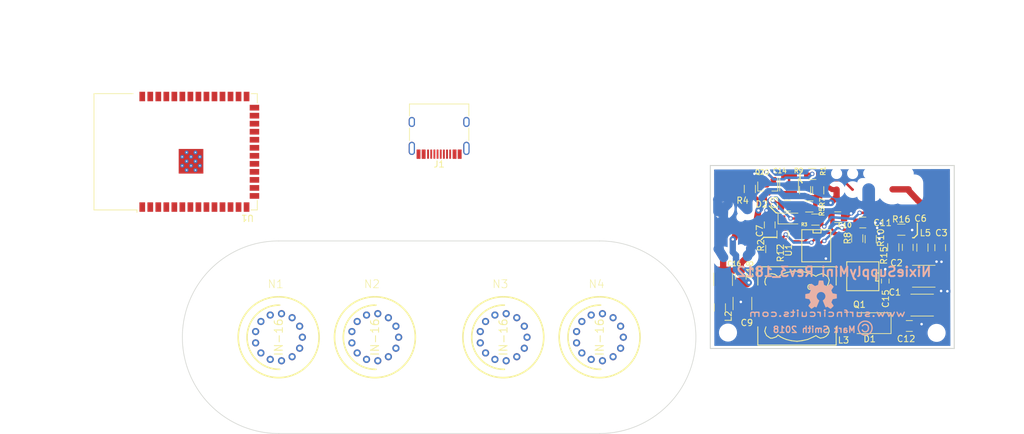
<source format=kicad_pcb>
(kicad_pcb (version 20221018) (generator pcbnew)
  (layers (0 "F.Cu" signal) (31 "B.Cu" signal) (34 "B.Paste" user) (35 "F.Paste" user) (36 "B.SilkS" user "B.Silkscreen") (37 "F.SilkS" user "F.Silkscreen") (38 "B.Mask" user) (39 "F.Mask" user) (44 "Edge.Cuts" user))
  (net 0 "")
  (net 1 "Net-(U1-GND-Pad1)")
  (net 41 "Net-(J1-GND-PadA1)")
  (net 42 "Net-(J1-VBUS-PadA4)")
  (footprint "Resistors_SMD:R_0805" (layer "F.Cu") (at 235.72724 60.53836 -90)
    (fp_text reference "R9")
    (fp_text value "100k")
  )
  (footprint "Resistors_SMD:R_0805" (layer "F.Cu") (at 254.2921 69.6341 -90)
    (fp_text reference "L5")
    (fp_text value "60ohm 100Mhz")
  )
  (footprint "Capacitors_SMD:C_0805" (layer "F.Cu") (at 232.918 62.992)
    (fp_text reference "C5")
    (fp_text value "220pF")
  )
  (footprint "Diodes_SMD:D_SMA" (layer "F.Cu") (at 245.9355 81.5975 180)
    (fp_text reference "D1")
    (fp_text value "ES1D")
  )
  (footprint "TO_SOT_Packages_SMD:SOT-23" (layer "F.Cu") (at 229.81412 59.92622 -90)
    (fp_text reference "Q26")
    (fp_text value "MMBTA42")
  )
  (footprint "Capacitors_SMD:C_0603" (layer "F.Cu") (at 248.412 74.93 90)
    (fp_text reference "C15")
    (fp_text value "560pF 250v")
  )
  (footprint "Resistors_SMD:R_0805" (layer "F.Cu") (at 246.1133 68.3006 90)
    (fp_text reference "R10")
    (fp_text value "0.1 1/2W")
  )
  (footprint "Capacitors_SMD:C_1812_HandSoldering" (layer "F.Cu") (at 254.508 74.168)
    (fp_text reference "C2")
    (fp_text value "1uF 250v")
  )
  (footprint "NixieSupply5vto160vDCMBoost_socket:Choke_SMD_12x12mm_Wurth_WE-PD" (layer "F.Cu") (at 234.442 78.867 180)
    (fp_text reference "L3")
    (fp_text value "33uH")
  )
  (footprint "Capacitors_SMD:C_0805" (layer "F.Cu") (at 257.1115 69.6468 -90)
    (fp_text reference "C3")
    (fp_text value "0.1uF 250v")
  )
  (footprint "RF_Module:ESP32-S3-WROOM-1" (layer "F.Cu") (at 136.07 54.47 90)
    (fp_text reference "U1")
    (fp_text value "ESP32-S2-WROVER")
  )
  (footprint "Capacitors_SMD:C_0805" (layer "F.Cu") (at 251.968 69.596 90)
    (fp_text reference "C6")
    (fp_text value "100pF 250v")
  )
  (footprint "Resistors_SMD:R_0805" (layer "F.Cu") (at 236.39018 63.12154 180)
    (fp_text reference "R5")
    (fp_text value "0 Ohm")
  )
  (footprint "Resistors_SMD:R_0805" (layer "F.Cu") (at 237.3503 65.2018 180)
    (fp_text reference "R3")
    (fp_text value "N.U.")
  )
  (footprint "nixies-us:nixies-us-IN-16" (layer "F.Cu") (at 152.4 83.82 90)
    (fp_text reference "N1")
    (fp_text value "IN-16")
  )
  (footprint "Capacitors_SMD:C_0805" (layer "F.Cu") (at 252.222 82.042)
    (fp_text reference "C12")
    (fp_text value "0.1uF 250v")
  )
  (footprint "Resistors_SMD:R_0805" (layer "F.Cu") (at 222.23984 79.10576 90)
    (fp_text reference "L2")
    (fp_text value "60ohm 100Mhz")
  )
  (footprint "Resistors_SMD:R_0805" (layer "F.Cu") (at 236.85754 57.97296)
    (fp_text reference "R1")
    (fp_text value "1k")
  )
  (footprint "Capacitors_SMD:C_0805" (layer "F.Cu") (at 225.5393 74.1553 90)
    (fp_text reference "C18")
    (fp_text value "0.1uF")
  )
  (footprint "Capacitors_SMD:C_1210" (layer "F.Cu") (at 222.74784 74.65568 90)
    (fp_text reference "C16")
    (fp_text value "100uF 16v")
  )
  (footprint "nixies-us:nixies-us-IN-16" (layer "F.Cu") (at 167.64 83.82 90)
    (fp_text reference "N2")
    (fp_text value "IN-16")
  )
  (footprint "Resistors_SMD:R_0805" (layer "F.Cu") (at 243.9797 68.1736 90)
    (fp_text reference "R8")
    (fp_text value "1k")
  )
  (footprint "etaclock:SOIC-8-N" (layer "F.Cu") (at 244.856 74.168 180)
    (fp_text reference "Q1")
    (fp_text value "FDS2672CT")
  )
  (footprint "NixieSupply5vto160vDCMBoost_socket:SOIC-8-N" (layer "F.Cu") (at 237.49 69.342 -90)
    (fp_text reference "U1")
    (fp_text value "UCC3803")
  )
  (footprint "nixies-us:nixies-us-IN-16" (layer "F.Cu") (at 187.96 83.82 90)
    (fp_text reference "N3")
    (fp_text value "IN-16")
  )
  (footprint "Capacitors_SMD:C_0805" (layer "F.Cu") (at 230.124 66.04 90)
    (fp_text reference "C7")
    (fp_text value "430pF")
  )
  (footprint "Resistors_SMD:R_0805" (layer "F.Cu") (at 250.952 66.802)
    (fp_text reference "R16")
    (fp_text value "7.68k")
  )
  (footprint "Resistors_SMD:R_0805" (layer "F.Cu") (at 232.156 67.564 -90)
    (fp_text reference "R2")
    (fp_text value "60.4k")
  )
  (footprint "Capacitors_SMD:C_0805" (layer "F.Cu") (at 240.8936 64.8208)
    (fp_text reference "C10")
    (fp_text value "0.1uF 16v")
  )
  (footprint "Resistors_SMD:R_0805" (layer "F.Cu") (at 230.378 69.85 90)
    (fp_text reference "R12")
    (fp_text value "4.12k")
  )
  (footprint "Capacitors_SMD:C_0805" (layer "F.Cu") (at 244.856 65.659)
    (fp_text reference "C11")
    (fp_text value "1nF")
  )
  (footprint "Resistors_SMD:R_0805" (layer "F.Cu") (at 226.97948 60.35548 -90)
    (fp_text reference "R4")
    (fp_text value "100k")
  )
  (footprint "Diodes_SMD:D_SOD-323_HandSoldering" (layer "F.Cu") (at 233.34472 65.03416)
    (fp_text reference "D2")
    (fp_text value "BAT54")
  )
  (footprint "Capacitors_SMD:C_1210" (layer "F.Cu") (at 233.18724 59.67476 90)
    (fp_text reference "C14")
    (fp_text value "47uF 16v")
  )
  (footprint "Resistors_SMD:R_0805" (layer "F.Cu") (at 249.682 69.596 90)
    (fp_text reference "R15")
    (fp_text value "634k")
  )
  (footprint "Capacitors_SMD:C_1812_HandSoldering" (layer "F.Cu") (at 254.254 78.74)
    (fp_text reference "C1")
    (fp_text value "1uF 250v")
  )
  (footprint "Resistors_SMD:R_0805" (layer "F.Cu") (at 237.79988 60.56884 90)
    (fp_text reference "R7")
    (fp_text value "2k")
  )
  (footprint "nixies-us:nixies-us-IN-16" (layer "F.Cu") (at 203.2 83.82 90)
    (fp_text reference "N4")
    (fp_text value "IN-16")
  )
  (footprint "Capacitors_SMD:C_1210" (layer "F.Cu") (at 225.806 78.486 90)
    (fp_text reference "C9")
    (fp_text value "100uF 16v")
  )
  (footprint "Connector_USB:USB_C_Receptacle_HRO_TYPE-C-31-M-12" (layer "F.Cu") (at 177.8 50.8 180)
    (fp_text reference "J1")
    (fp_text value "USB_C_Receptacle_USB2.0")
  )
  (footprint "Symbol:copyright" (layer "B.Cu") (at 244.729 82.804 180)
    (fp_text reference "G***" hide)
    (fp_text value "LOGO" hide)
  )
  (footprint "NixieSupply5vto170vDCMBoostMini_socket:OSHW_logo_silkscreen-front_5mm" (layer "B.Cu") (at 238.252 77.089 180)
    (fp_text reference "G***" hide)
    (fp_text value "OSHW_logo_silkscreen-front_5mm" hide)
  )
  (gr_line (start 235.23956 59.31916) (end 235.23956 59.39536) (stroke (width 0.2)) (layer "F.SilkS"))
  (gr_line (start 230.0605 63.0555) (end 231.14 64.135) (stroke (width 0.2)) (layer "F.SilkS"))
  (gr_line (start 252.984 68.072) (end 252.73 68.072) (stroke (width 0.2)) (layer "F.SilkS"))
  (gr_line (start 229.1715 68.0085) (end 228.7905 68.3895) (stroke (width 0.2)) (layer "F.SilkS"))
  (gr_line (start 234.91952 57.93232) (end 234.91952 58.99912) (stroke (width 0.2)) (layer "F.SilkS"))
  (gr_line (start 253.492 65.786) (end 253.492 67.564) (stroke (width 0.2)) (layer "F.SilkS"))
  (gr_line (start 234.91952 58.99912) (end 235.23956 59.31916) (stroke (width 0.2)) (layer "F.SilkS"))
  (gr_line (start 231.14 64.135) (end 231.3305 64.135) (stroke (width 0.2)) (layer "F.SilkS"))
  (gr_line (start 253.492 67.564) (end 252.984 68.072) (stroke (width 0.2)) (layer "F.SilkS"))
  (gr_line (start 231.2035 68.0085) (end 229.1715 68.0085) (stroke (width 0.2)) (layer "F.SilkS"))
  (gr_line (start 259.334 85.598) (end 259.334 56.642) (stroke (width 0.15)) (layer "Edge.Cuts"))
  (gr_line (start 152.4 99.06) (end 203.2 99.06) (stroke (width 0.1)) (layer "Edge.Cuts"))
  (gr_line (start 203.2 68.58) (end 152.4 68.58) (stroke (width 0.1)) (layer "Edge.Cuts"))
  (gr_line (start 220.726 56.642) (end 220.726 85.598) (stroke (width 0.15)) (layer "Edge.Cuts"))
  (gr_arc (start 203.2 68.58) (mid 218.44 83.82) (end 203.2 99.06) (stroke (width 0.1)) (layer "Edge.Cuts"))
  (gr_line (start 259.334 56.642) (end 220.726 56.642) (stroke (width 0.15)) (layer "Edge.Cuts"))
  (gr_arc (start 152.4 99.06) (mid 137.16 83.82) (end 152.4 68.58) (stroke (width 0.1)) (layer "Edge.Cuts"))
  (gr_line (start 220.726 85.598) (end 259.334 85.598) (stroke (width 0.15)) (layer "Edge.Cuts"))
  (gr_text "Mark Smith 2018" (at 237.1725 82.6135) (layer "B.SilkS") (effects (font (size 1 1) (thickness 0.2)) (justify mirror)))
  (gr_text "www.surfncircuits.com" (at 239.2045 80.0735) (layer "B.SilkS") (effects (font (size 1 1.5) (thickness 0.2)) (justify mirror)))
  (gr_text "NixieSupplyMini Rev3_1812" (at 240.284 73.4695) (layer "B.SilkS") (effects (font (size 1.5 1.5) (thickness 0.3)) (justify mirror)))
  (segment (start 240.665 71.247) (end 240.03 71.374) (width 0.381) (layer "F.Cu") (net 0))
  (segment (start 225.806 79.986) (end 222.28184 80.09776) (width 1.5) (layer "F.Cu") (net 0))
  (segment (start 243.25072 60.452) (end 243.22278 60.452) (width 0.4) (layer "F.Cu") (net 0))
  (segment (start 250.002 68.006) (end 250.002 66.802) (width 0.4) (layer "F.Cu") (net 0))
  (segment (start 235.712 73.152) (end 240.157 68.707) (width 0.4) (layer "F.Cu") (net 0))
  (segment (start 246.1133 67.3506) (end 247.343 67.511) (width 0.381) (layer "F.Cu") (net 0))
  (segment (start 243.9797 65.7827) (end 243.856 65.659) (width 0.381) (layer "F.Cu") (net 0))
  (segment (start 246.38 70.993) (end 246.38 69.5173) (width 1.5) (layer "F.Cu") (net 0))
  (segment (start 230.124 65.04) (end 229.6 63.77) (width 0.381) (layer "F.Cu") (net 0))
  (segment (start 233.50084 61.48836) (end 233.18724 61.17476) (width 0.381) (layer "F.Cu") (net 0))
  (segment (start 251.222 81.6643) (end 250.0757 80.518) (width 1) (layer "F.Cu") (net 0))
  (segment (start 234.315 69.977) (end 237.109 69.977) (width 0.381) (layer "F.Cu") (net 0))
  (segment (start 250.002 68.006) (end 249.936 68.072) (width 0.4) (layer "F.Cu") (net 0))
  (segment (start 241.554 66.548) (end 241.808 66.802) (width 0.381) (layer "F.Cu") (net 0))
  (segment (start 226.584 75.422) (end 226.822 75.184) (width 0.4) (layer "F.Cu") (net 0))
  (segment (start 242.951 77.343) (end 244.221 77.343) (width 1.5) (layer "F.Cu") (net 0))
  (segment (start 235.90754 57.97296) (end 236.84484 57.97296) (width 0.4) (layer "F.Cu") (net 0))
  (segment (start 244.221 70.993) (end 244.221 69.3649) (width 1) (layer "F.Cu") (net 0))
  (segment (start 248.412 76.7588) (end 248.412 75.68) (width 0.381) (layer "F.Cu") (net 0))
  (segment (start 243.872 77.692) (end 244.221 77.343) (width 1) (layer "F.Cu") (net 0))
  (segment (start 235.72724 59.58836) (end 233.35992 59.58836) (width 0.381) (layer "F.Cu") (net 0))
  (segment (start 234.84586 61.47566) (end 234.79506 61.42486) (width 0.4) (layer "F.Cu") (net 0))
  (segment (start 251.354 79.2397) (end 250.0757 80.518) (width 1) (layer "F.Cu") (net 0))
  (segment (start 230.632 62.23) (end 230.7082 62.1538) (width 0.381) (layer "F.Cu") (net 0))
  (segment (start 230.42376 58.88304) (end 230.648 58.944) (width 0.381) (layer "F.Cu") (net 0))
  (segment (start 243.9797 66.802) (end 243.9797 65.7827) (width 0.381) (layer "F.Cu") (net 0))
  (segment (start 222.766 73.422) (end 222.758 73.43) (width 1) (layer "F.Cu") (net 0))
  (segment (start 247.343 67.511) (end 247.409 67.445) (width 0.381) (layer "F.Cu") (net 0))
  (segment (start 231.14 64.008) (end 230.632 63.5) (width 0.381) (layer "F.Cu") (net 0))
  (segment (start 228.346 63.754) (end 227.976074 65.716261) (width 1) (layer "F.Cu") (net 0))
  (segment (start 226.648 66.01) (end 225.298 66.01) (width 0.381) (layer "F.Cu") (net 0))
  (segment (start 235.2446 63.1444) (end 233.9434 62.9666) (width 0.381) (layer "F.Cu") (net 0))
  (segment (start 222.758 71.25) (end 222.823 71.185) (width 1) (layer "F.Cu") (net 0))
  (segment (start 227.97008 59.92876) (end 229.76158 59.92876) (width 0.4) (layer "F.Cu") (net 0))
  (segment (start 242.4049 64.8208) (end 243.0018 64.2239) (width 0.381) (layer "F.Cu") (net 0))
  (segment (start 234.315 68.707) (end 235.585 68.707) (width 0.381) (layer "F.Cu") (net 0))
  (segment (start 228.346 62.16396) (end 228.346 63.754) (width 0.6) (layer "F.Cu") (net 0))
  (segment (start 232.09472 65.03416) (end 231.65816 65.03416) (width 0.381) (layer "F.Cu") (net 0))
  (segment (start 231.65816 65.03416) (end 231.14 64.008) (width 0.381) (layer "F.Cu") (net 0))
  (segment (start 241.8936 64.8208) (end 242.4049 64.8208) (width 0.381) (layer "F.Cu") (net 0))
  (segment (start 249.732 68.596) (end 249.682 68.646) (width 0.381) (layer "F.Cu") (net 0))
  (segment (start 240.71072 61.60516) (end 240.71072 60.452) (width 1) (layer "F.Cu") (net 0))
  (segment (start 229.616 67.564) (end 229.108 68.072) (width 0.4) (layer "F.Cu") (net 0))
  (segment (start 245.237 64.135) (end 244.4115 64.135) (width 0.381) (layer "F.Cu") (net 0))
  (segment (start 256.5273 71.8566) (end 256.794 71.5899) (width 1) (layer "F.Cu") (net 0))
  (segment (start 257.408 71.9753) (end 257.3147 71.882) (width 1) (layer "F.Cu") (net 0))
  (segment (start 241.808 78.486) (end 242.951 77.343) (width 1.5) (layer "F.Cu") (net 0))
  (segment (start 254.47244 62.93104) (end 253.58344 62.17666) (width 1) (layer "F.Cu") (net 0))
  (segment (start 230.7082 62.1538) (end 231.918 62.992) (width 0.381) (layer "F.Cu") (net 0))
  (segment (start 245.491 77.343) (end 246.761 77.343) (width 1.5) (layer "F.Cu") (net 0))
  (segment (start 256.794 66.9036) (end 256.83464 65.5066) (width 1) (layer "F.Cu") (net 0))
  (segment (start 233.18724 59.41568) (end 233.18724 58.17476) (width 0.381) (layer "F.Cu") (net 0))
  (segment (start 241.874 80.518) (end 239.842 78.486) (width 1.5) (layer "F.Cu") (net 0))
  (segment (start 247.3325 64.135) (end 245.237 64.135) (width 0.381) (layer "F.Cu") (net 0))
  (segment (start 246.38 69.5173) (end 246.1133 69.2506) (width 1.5) (layer "F.Cu") (net 0))
  (segment (start 238.3003 65.2018) (end 237.3605 64.262) (width 0.381) (layer "F.Cu") (net 0))
  (segment (start 250.0757 80.518) (end 247.9355 81.5975) (width 1) (layer "F.Cu") (net 0))
  (segment (start 230.764 68.514) (end 230.378 68.9) (width 0.381) (layer "F.Cu") (net 0))
  (segment (start 231.394 60.96) (end 229.47376 60.88304) (width 0.381) (layer "F.Cu") (net 0))
  (segment (start 236.84484 57.97296) (end 236.84992 57.96788) (width 0.4) (layer "F.Cu") (net 0))
  (segment (start 237.109 69.977) (end 238.506 68.58) (width 0.381) (layer "F.Cu") (net 0))
  (segment (start 237.79988 61.51884) (end 235.75772 61.51884) (width 0.381) (layer "F.Cu") (net 0))
  (segment (start 225.298 66.01) (end 225.268 66.04) (width 0.381) (layer "F.Cu") (net 0))
  (segment (start 229.5906 57.67324) (end 230.76412 58.84676) (width 0.4) (layer "F.Cu") (net 0))
  (segment (start 236.9566 61.51122) (end 234.84586 61.47566) (width 0.4) (layer "F.Cu") (net 0))
  (segment (start 241.935 69.977) (end 242.951 70.993) (width 0.4) (layer "F.Cu") (net 0))
  (segment (start 225.5393 75.1553) (end 223.71812 75.16876) (width 1.5) (layer "F.Cu") (net 0))
  (segment (start 249.682 68.646) (end 249.682 68.326) (width 0.4) (layer "F.Cu") (net 0))
  (segment (start 225.806 77.978) (end 225.552 78.232) (width 1) (layer "F.Cu") (net 0))
  (segment (start 222.23984 78.15576) (end 222.25 76.938) (width 1.5) (layer "F.Cu") (net 0))
  (segment (start 232.664 61.19) (end 231.394 60.96) (width 0.381) (layer "F.Cu") (net 0))
  (segment (start 234.59472 65.03416) (end 236.23266 65.03416) (width 0.381) (layer "F.Cu") (net 0))
  (segment (start 249.732 70.596) (end 249.682 70.546) (width 1) (layer "F.Cu") (net 0))
  (segment (start 232.156 68.514) (end 230.764 68.514) (width 0.381) (layer "F.Cu") (net 0))
  (segment (start 251.222 82.042) (end 251.222 81.6643) (width 1) (layer "F.Cu") (net 0))
  (segment (start 229.042 78.044) (end 233.934 73.152) (width 0.4) (layer "F.Cu") (net 0))
  (segment (start 229.108 71.374) (end 229.616 71.882) (width 0.4) (layer "F.Cu") (net 0))
  (segment (start 241.808 66.802) (end 243.9797 66.802) (width 0.381) (layer "F.Cu") (net 0))
  (segment (start 233.43616 65.03416) (end 233.426 65.024) (width 0.381) (layer "F.Cu") (net 0))
  (segment (start 234.79506 61.42486) (end 232.7568 60.8432) (width 0.4) (layer "F.Cu") (net 0))
  (segment (start 233.35992 59.58836) (end 233.18724 59.41568) (width 0.381) (layer "F.Cu") (net 0))
  (segment (start 243.9797 69.1236) (end 245.11 69.1236) (width 1.5) (layer "F.Cu") (net 0))
  (segment (start 258.2418 76.5429) (end 257.408 75.7091) (width 1) (layer "F.Cu") (net 0))
  (segment (start 248.666 68.072) (end 249.936 68.072) (width 0.4) (layer "F.Cu") (net 0))
  (segment (start 225.552 72.106) (end 226.623 71.035) (width 1) (layer "F.Cu") (net 0))
  (segment (start 225.5393 73.1553) (end 225.552 72.106) (width 1) (layer "F.Cu") (net 0))
  (segment (start 230.55 66.614) (end 230.124 67.04) (width 0.381) (layer "F.Cu") (net 0))
  (segment (start 230.952 70.8) (end 231.521 69.469) (width 0.381) (layer "F.Cu") (net 0))
  (segment (start 245.491 69.1236) (end 245.2726 69.342) (width 1.5) (layer "F.Cu") (net 0))
  (segment (start 229.108 68.072) (end 229.108 71.374) (width 0.4) (layer "F.Cu") (net 0))
  (segment (start 239.8649 58.98388) (end 238.85398 57.97296) (width 0.4) (layer "F.Cu") (net 0))
  (segment (start 252.11024 60.41136) (end 249.57024 60.41136) (width 1) (layer "F.Cu") (net 0))
  (segment (start 237.3605 64.262) (end 237.3605 63.3603) (width 0.381) (layer "F.Cu") (net 0))
  (segment (start 257.154 76.602) (end 257.2512 76.5048) (width 1) (layer "F.Cu") (net 0))
  (segment (start 254.2802 70.596) (end 254.2921 70.5841) (width 1) (layer "F.Cu") (net 0))
  (segment (start 251.608 74.168) (end 251.608 70.956) (width 1) (layer "F.Cu") (net 0))
  (segment (start 224.282 68.326) (end 224.536 68.072) (width 1) (layer "F.Cu") (net 0))
  (segment (start 245.9863 69.1236) (end 246.1133 69.2506) (width 1.5) (layer "F.Cu") (net 0))
  (segment (start 239.8936 66.6656) (end 240.665 67.437) (width 0.381) (layer "F.Cu") (net 0))
  (segment (start 236.23266 65.03416) (end 236.4003 65.2018) (width 0.381) (layer "F.Cu") (net 0))
  (segment (start 247.134 66.52) (end 247.409 66.07) (width 0.381) (layer "F.Cu") (net 0))
  (segment (start 234.59472 65.03416) (end 233.43616 65.03416) (width 0.381) (layer "F.Cu") (net 0))
  (segment (start 230.76412 58.84676) (end 230.76412 58.92622) (width 0.4) (layer "F.Cu") (net 0))
  (segment (start 251.354 78.74) (end 251.354 79.2397) (width 1) (layer "F.Cu") (net 0))
  (segment (start 234.315 67.437) (end 234.315 67.183) (width 0.381) (layer "F.Cu") (net 0))
  (segment (start 229.76158 59.92876) (end 230.76412 58.92622) (width 0.4) (layer "F.Cu") (net 0))
  (segment (start 227.48752 61.30548) (end 228.346 62.16396) (width 0.6) (layer "F.Cu") (net 0))
  (segment (start 233.934 73.152) (end 235.712 73.152) (width 0.4) (layer "F.Cu") (net 0))
  (segment (start 251.968 68.596) (end 249.732 68.596) (width 0.381) (layer "F.Cu") (net 0))
  (segment (start 240.157 68.707) (end 240.665 68.707) (width 0.4) (layer "F.Cu") (net 0))
  (segment (start 256.83464 65.5066) (end 254.47244 62.93104) (width 1) (layer "F.Cu") (net 0))
  (segment (start 238.506 68.58) (end 238.76 68.58) (width 0.381) (layer "F.Cu") (net 0))
  (segment (start 226.648 68.61) (end 226.648 71.01) (width 0.381) (layer "F.Cu") (net 0))
  (segment (start 228.52376 58.88304) (end 227.904 58.1431) (width 0.381) (layer "F.Cu") (net 0))
  (segment (start 230.124 67.04) (end 229.616 67.564) (width 0.4) (layer "F.Cu") (net 0))
  (segment (start 240.665 69.977) (end 241.935 69.977) (width 0.4) (layer "F.Cu") (net 0))
  (segment (start 222.28184 80.09776) (end 222.23984 80.05576) (width 1.5) (layer "F.Cu") (net 0))
  (segment (start 232.156 68.514) (end 232.156 68.072) (width 0.381) (layer "F.Cu") (net 0))
  (segment (start 235.72724 61.48836) (end 233.50084 61.48836) (width 0.381) (layer "F.Cu") (net 0))
  (segment (start 240.538 67.31) (end 240.665 67.437) (width 0.381) (layer "F.Cu") (net 0))
  (segment (start 253.222 82.042) (end 253.873 82.042) (width 1) (layer "F.Cu") (net 0))
  (segment (start 246.761 77.343) (end 247.8278 77.343) (width 1) (layer "F.Cu") (net 0))
  (segment (start 238.3003 65.2018) (end 238.3003 65.8343) (width 0.4) (layer "F.Cu") (net 0))
  (segment (start 251.968 70.596) (end 254.2802 70.596) (width 1) (layer "F.Cu") (net 0))
  (segment (start 251.354 78.74) (end 251.354 74.422) (width 1) (layer "F.Cu") (net 0))
  (segment (start 223.71812 75.16876) (end 222.758 76.43) (width 1.5) (layer "F.Cu") (net 0))
  (segment (start 233.9434 62.9666) (end 233.918 62.992) (width 0.381) (layer "F.Cu") (net 0))
  (segment (start 237.3605 63.3603) (end 237.1446 63.1444) (width 0.381) (layer "F.Cu") (net 0))
  (segment (start 246.8245 65.659) (end 246.8626 65.6971) (width 0.381) (layer "F.Cu") (net 0))
  (segment (start 226.584 75.422) (end 225.5393 75.1553) (width 1) (layer "F.Cu") (net 0))
  (segment (start 229.6 63.77) (end 229.616 63.754) (width 0.381) (layer "F.Cu") (net 0))
  (segment (start 257.1115 68.6468) (end 256.794 66.9036) (width 1) (layer "F.Cu") (net 0))
  (segment (start 238.252 67.31) (end 240.538 67.31) (width 0.381) (layer "F.Cu") (net 0))
  (segment (start 254.2921 68.6841) (end 257.0742 68.6841) (width 1) (layer "F.Cu") (net 0))
  (segment (start 236.728 68.834) (end 238.252 67.31) (width 0.381) (layer "F.Cu") (net 0))
  (segment (start 244.221 77.343) (end 245.491 77.343) (width 1.5) (layer "F.Cu") (net 0))
  (segment (start 248.666 68.072) (end 248.666 65.4685) (width 0.381) (layer "F.Cu") (net 0))
  (segment (start 244.221 69.3649) (end 243.9797 69.1236) (width 1.5) (layer "F.Cu") (net 0))
  (segment (start 225.806 76.986) (end 225.806 77.978) (width 1) (layer "F.Cu") (net 0))
  (segment (start 246.38 70.993) (end 245.491 70.993) (width 1.5) (layer "F.Cu") (net 0))
  (segment (start 229.042 78.486) (end 225.806 79.986) (width 1.5) (layer "F.Cu") (net 0))
  (segment (start 248.666 65.4685) (end 247.3325 64.135) (width 0.381) (layer "F.Cu") (net 0))
  (segment (start 222.758 73.43) (end 222.758 71.25) (width 1) (layer "F.Cu") (net 0))
  (segment (start 240.03 71.374) (end 239.014 71.2343) (width 0.381) (layer "F.Cu") (net 0))
  (segment (start 238.76 66.294) (end 238.3003 65.8343) (width 0.4) (layer "F.Cu") (net 0))
  (segment (start 244.348 64.135) (end 245.237 64.135) (width 0.381) (layer "F.Cu") (net 0))
  (segment (start 251.968 70.596) (end 249.732 70.596) (width 1) (layer "F.Cu") (net 0))
  (segment (start 241.75466 58.98388) (end 239.8649 58.98388) (width 0.4) (layer "F.Cu") (net 0))
  (segment (start 245.856 65.659) (end 246.8245 65.659) (width 0.381) (layer "F.Cu") (net 0))
  (segment (start 225.5393 73.1553) (end 222.766 73.422) (width 1) (layer "F.Cu") (net 0))
  (segment (start 247.409 66.07) (end 247.684 65.795) (width 0.381) (layer "F.Cu") (net 0))
  (segment (start 227.38 66.01) (end 227.752074 65.940261) (width 0.381) (layer "F.Cu") (net 0))
  (segment (start 256.794 71.5899) (end 257.1115 70.6468) (width 1) (layer "F.Cu") (net 0))
  (segment (start 239.8936 64.8208) (end 239.8936 66.6656) (width 0.381) (layer "F.Cu") (net 0))
  (segment (start 229.5017 62.01918) (end 229.5017 60.74918) (width 0.381) (layer "F.Cu") (net 0))
  (segment (start 257.154 78.74) (end 257.154 76.602) (width 1) (layer "F.Cu") (net 0))
  (segment (start 251.354 74.422) (end 251.608 74.168) (width 1) (layer "F.Cu") (net 0))
  (segment (start 230.378 70.8) (end 230.952 70.8) (width 0.381) (layer "F.Cu") (net 0))
  (segment (start 250.002 66.802) (end 250.002 68.006) (width 0.4) (layer "F.Cu") (net 0))
  (segment (start 251.902 66.802) (end 252.6157 66.802) (width 0.381) (layer "F.Cu") (net 0))
  (segment (start 253.58344 62.17666) (end 251.968 60.452) (width 1) (layer "F.Cu") (net 0))
  (segment (start 253.873 82.042) (end 254.1651 81.7499) (width 0.381) (layer "F.Cu") (net 0))
  (segment (start 232.156 66.614) (end 230.55 66.614) (width 0.381) (layer "F.Cu") (net 0))
  (segment (start 243.9355 81.5975) (end 241.874 80.518) (width 1.5) (layer "F.Cu") (net 0))
  (segment (start 238.85398 57.97296) (end 237.80754 57.97296) (width 0.4) (layer "F.Cu") (net 0))
  (segment (start 235.585 68.707) (end 238.3003 65.9917) (width 0.381) (layer "F.Cu") (net 0))
  (segment (start 257.408 75.7091) (end 257.408 74.168) (width 1) (layer "F.Cu") (net 0))
  (segment (start 247.4464 68.2074) (end 247.484 68.245) (width 0.381) (layer "F.Cu") (net 0))
  (segment (start 234.315 67.183) (end 234.59472 66.90328) (width 0.381) (layer "F.Cu") (net 0))
  (segment (start 249.682 68.326) (end 250.002 68.006) (width 0.4) (layer "F.Cu") (net 0))
  (segment (start 226.648 71.01) (end 226.623 71.035) (width 0.381) (layer "F.Cu") (net 0))
  (segment (start 232.156 68.072) (end 232.664 67.564) (width 0.381) (layer "F.Cu") (net 0))
  (segment (start 245.2726 69.342) (end 245.11 69.342) (width 1.5) (layer "F.Cu") (net 0))
  (segment (start 243.22278 60.452) (end 241.75466 58.98388) (width 0.4) (layer "F.Cu") (net 0))
  (segment (start 229.042 78.486) (end 229.042 78.486) (width 1.5) (layer "F.Cu") (net 0))
  (segment (start 232.664 58.0136) (end 230.886 57.658) (width 0.381) (layer "F.Cu") (net 0))
  (segment (start 227.904 58.1431) (end 227.711 57.9501) (width 0.381) (layer "F.Cu") (net 0))
  (segment (start 248.412 74.18) (end 248.412 73.0504) (width 0.381) (layer "F.Cu") (net 0))
  (segment (start 245.491 70.993) (end 245.491 69.1236) (width 1.5) (layer "F.Cu") (net 0))
  (segment (start 224.536 68.072) (end 225.268 66.04) (width 1) (layer "F.Cu") (net 0))
  (segment (start 245.491 70.993) (end 244.221 70.993) (width 1) (layer "F.Cu") (net 0))
  (segment (start 231.394 71.882) (end 234.315 71.247) (width 0.4) (layer "F.Cu") (net 0))
  (segment (start 239.16386 59.97448) (end 240.01992 60.452) (width 0.8) (layer "F.Cu") (net 0))
  (segment (start 222.25 76.938) (end 222.758 76.43) (width 1.5) (layer "F.Cu") (net 0))
  (segment (start 226.97948 61.30548) (end 227.48752 61.30548) (width 0.6) (layer "F.Cu") (net 0))
  (segment (start 246.761 70.993) (end 246.38 70.993) (width 1.5) (layer "F.Cu") (net 0))
  (segment (start 231.521 69.469) (end 234.315 69.977) (width 0.381) (layer "F.Cu") (net 0))
  (segment (start 239.76584 62.55004) (end 240.71072 61.60516) (width 1) (layer "F.Cu") (net 0))
  (segment (start 239.842 78.486) (end 241.808 78.486) (width 1.5) (layer "F.Cu") (net 0))
  (segment (start 227.38 66.01) (end 225.298 66.01) (width 0.381) (layer "F.Cu") (net 0))
  (segment (start 240.01992 60.452) (end 240.71072 60.452) (width 0.8) (layer "F.Cu") (net 0))
  (segment (start 226.97948 59.40548) (end 227.4468 59.40548) (width 0.4) (layer "F.Cu") (net 0))
  (segment (start 243.9797 67.2236) (end 243.9797 66.802) (width 0.381) (layer "F.Cu") (net 0))
  (segment (start 235.75772 61.51884) (end 235.72724 61.48836) (width 0.381) (layer "F.Cu") (net 0))
  (segment (start 247.409 67.445) (end 247.4464 68.2074) (width 0.381) (layer "F.Cu") (net 0))
  (segment (start 245.11 69.342) (end 245.11 69.1236) (width 1.5) (layer "F.Cu") (net 0))
  (segment (start 234.59472 66.90328) (end 234.59472 65.03416) (width 0.381) (layer "F.Cu") (net 0))
  (segment (start 257.0742 68.6841) (end 257.1115 68.6468) (width 1) (layer "F.Cu") (net 0))
  (segment (start 227.752074 65.940261) (end 227.976074 65.716261) (width 0.381) (layer "F.Cu") (net 0))
  (segment (start 250.0757 80.518) (end 247.9355 81.5975) (width 1) (layer "F.Cu") (net 0))
  (segment (start 229.042 78.486) (end 229.042 78.044) (width 1) (layer "F.Cu") (net 0))
  (segment (start 247.8278 77.343) (end 248.412 76.7588) (width 0.381) (layer "F.Cu") (net 0))
  (segment (start 229.5017 60.74918) (end 229.47376 60.88304) (width 0.381) (layer "F.Cu") (net 0))
  (segment (start 237.79988 59.61884) (end 239.16386 59.97448) (width 0.4) (layer "F.Cu") (net 0))
  (segment (start 239.014 71.2343) (end 239.014 71.374) (width 0.381) (layer "F.Cu") (net 0))
  (segment (start 230.632 63.5) (end 229.5017 62.01918) (width 0.381) (layer "F.Cu") (net 0))
  (segment (start 238.3003 65.9917) (end 238.3003 65.2018) (width 0.381) (layer "F.Cu") (net 0))
  (segment (start 251.608 70.956) (end 251.968 70.596) (width 1) (layer "F.Cu") (net 0))
  (segment (start 227.4468 59.40548) (end 227.97008 59.92876) (width 0.4) (layer "F.Cu") (net 0))
  (segment (start 232.7568 60.8432) (end 232.664 61.19) (width 0.4) (layer "F.Cu") (net 0))
  (segment (start 252.6157 66.802) (end 252.6665 66.8528) (width 0.381) (layer "F.Cu") (net 0))
  (segment (start 257.408 74.168) (end 257.408 71.9753) (width 1) (layer "F.Cu") (net 0))
  (segment (start 245.11 69.1236) (end 245.9863 69.1236) (width 1.5) (layer "F.Cu") (net 0))
  (segment (start 229.616 71.882) (end 231.394 71.882) (width 0.4) (layer "F.Cu") (net 0))
  (segment (start 232.664 58.19) (end 232.664 58.0136) (width 0.381) (layer "F.Cu") (net 0))
  (segment (start 243.9355 81.5975) (end 243.872 77.692) (width 1.5) (layer "F.Cu") (net 0))
  (via (at 247.134 66.52) (size 0.6858) (drill 0.4) (layers "F.Cu" "B.Cu") (net 0))
  (via (at 238.76 68.58) (size 0.6858) (drill 0.4) (layers "F.Cu" "B.Cu") (net 0))
  (via (at 229.5906 57.67324) (size 0.6858) (drill 0.4) (layers "F.Cu" "B.Cu") (net 0))
  (via (at 230.632 62.23) (size 0.6858) (drill 0.4) (layers "F.Cu" "B.Cu") (net 0))
  (via (at 229.616 63.754) (size 0.6858) (drill 0.4) (layers "F.Cu" "B.Cu") (net 0))
  (via (at 241.554 66.548) (size 0.6858) (drill 0.4) (layers "F.Cu" "B.Cu") (net 0))
  (via (at 225.552 78.232) (size 0.6858) (drill 0.4) (layers "F.Cu" "B.Cu") (net 0))
  (via (at 256.5273 71.8566) (size 0.6858) (drill 0.4) (layers "F.Cu" "B.Cu") (net 0))
  (via (at 247.409 67.445) (size 0.6858) (drill 0.4) (layers "F.Cu" "B.Cu") (net 0))
  (via (at 257.3147 71.882) (size 0.6858) (drill 0.4) (layers "F.Cu" "B.Cu") (net 0))
  (via (at 246.8626 65.6971) (size 0.6858) (drill 0.4) (layers "F.Cu" "B.Cu") (net 0))
  (via (at 228.346 63.754) (size 0.6858) (drill 0.4) (layers "F.Cu" "B.Cu") (net 0))
  (via (at 257.2512 76.5048) (size 0.6858) (drill 0.4) (layers "F.Cu" "B.Cu") (net 0))
  (via (at 232.664 67.564) (size 0.6858) (drill 0.4) (layers "F.Cu" "B.Cu") (net 0))
  (via (at 248.412 73.0504) (size 0.6858) (drill 0.4) (layers "F.Cu" "B.Cu") (net 0))
  (via (at 236.728 68.834) (size 0.6858) (drill 0.4) (layers "F.Cu" "B.Cu") (net 0))
  (via (at 230.886 57.658) (size 0.6858) (drill 0.4) (layers "F.Cu" "B.Cu") (net 0))
  (via (at 239.76584 62.55004) (size 0.6858) (drill 0.4) (layers "F.Cu" "B.Cu") (net 0))
  (via (at 238.76 66.294) (size 0.6858) (drill 0.4) (layers "F.Cu" "B.Cu") (net 0))
  (via (at 252.6665 66.8528) (size 0.6858) (drill 0.4) (layers "F.Cu" "B.Cu") (net 0))
  (via (at 239.014 71.374) (size 0.6858) (drill 0.4) (layers "F.Cu" "B.Cu") (net 0))
  (via (at 254.1651 81.7499) (size 0.6858) (drill 0.4) (layers "F.Cu" "B.Cu") (net 0))
  (via (at 233.426 65.024) (size 0.6858) (drill 0.4) (layers "F.Cu" "B.Cu") (net 0))
  (via (at 247.484 68.245) (size 0.6858) (drill 0.4) (layers "F.Cu" "B.Cu") (net 0))
  (via (at 247.684 65.795) (size 0.6858) (drill 0.4) (layers "F.Cu" "B.Cu") (net 0))
  (via (at 226.822 75.184) (size 0.6858) (drill 0.4) (layers "F.Cu" "B.Cu") (net 0))
  (via (at 243.0018 64.2239) (size 0.6858) (drill 0.4) (layers "F.Cu" "B.Cu") (net 0))
  (via (at 258.2418 76.5429) (size 0.6858) (drill 0.4) (layers "F.Cu" "B.Cu") (net 0))
  (via (at 236.84992 57.96788) (size 0.6858) (drill 0.4) (layers "F.Cu" "B.Cu") (net 0))
  (via (at 244.348 64.135) (size 0.6858) (drill 0.4) (layers "F.Cu" "B.Cu") (net 0))
  (via (at 224.282 68.326) (size 0.6858) (drill 0.4) (layers "F.Cu" "B.Cu") (net 0))
  (via (at 227.711 57.9501) (size 0.6858) (drill 0.4) (layers "F.Cu" "B.Cu") (net 0))
  (segment (start 226.623 71.035) (end 226.623 70.84148) (width 1.5) (layer "B.Cu") (net 0))
  (segment (start 245.79072 60.452) (end 245.79072 62.36716) (width 2) (layer "B.Cu") (net 0))
  (segment (start 223.52 59.944) (end 223.52 60.452) (width 1.5) (layer "B.Cu") (net 0))
  (segment (start 227.04044 60.03544) (end 227.04044 60.08116) (width 1.5) (layer "B.Cu") (net 0))
  (segment (start 247.6503 67.2037) (end 247.3877 66.6996) (width 0.381) (layer "B.Cu") (net 0))
  (segment (start 226.822 75.184) (end 224.79 73.152) (width 1) (layer "B.Cu") (net 0))
  (segment (start 223.52 60.452) (end 221.9325 62.0395) (width 1.5) (layer "B.Cu") (net 0))
  (segment (start 223.901 59.944) (end 225.806 61.849) (width 1.5) (layer "B.Cu") (net 0))
  (segment (start 228.854 61.722) (end 228.854 62.738) (width 1) (layer "B.Cu") (net 0))
  (segment (start 243.0526 64.1731) (end 243.0526 63.9826) (width 0.381) (layer "B.Cu") (net 0))
  (segment (start 223.5835 59.944) (end 225.425 58.1025) (width 1.5) (layer "B.Cu") (net 0))
  (segment (start 226.648 63.585) (end 226.53108 63.585) (width 1.5) (layer "B.Cu") (net 0))
  (segment (start 248.4374 73.025) (end 248.4374 72.5805) (width 0.381) (layer "B.Cu") (net 0))
  (segment (start 257.2512 76.5048) (end 257.2893 76.5429) (width 1) (layer "B.Cu") (net 0))
  (segment (start 254.1651 81.7499) (end 254.2032 81.7118) (width 0.381) (layer "B.Cu") (net 0))
  (segment (start 226.648 62.13984) (end 226.73056 62.05728) (width 1.5) (layer "B.Cu") (net 0))
  (segment (start 221.996 69.85) (end 222.12404 69.72196) (width 1.5) (layer "B.Cu") (net 0))
  (segment (start 223.52 59.944) (end 223.901 59.944) (width 1.5) (layer "B.Cu") (net 0))
  (segment (start 223.52 59.944) (end 223.5835 59.944) (width 1.5) (layer "B.Cu") (net 0))
  (segment (start 229.87 60.706) (end 228.854 61.722) (width 1) (layer "B.Cu") (net 0))
  (segment (start 256.286 59.944) (end 256.286 64.008) (width 1.5) (layer "B.Cu") (net 0))
  (segment (start 223.52 59.944) (end 226.949 59.944) (width 1.5) (layer "B.Cu") (net 0))
  (segment (start 247.484 68.245) (end 247.434 68.195) (width 0.381) (layer "B.Cu") (net 0))
  (segment (start 257.2893 71.8566) (end 256.5273 71.8566) (width 1) (layer "B.Cu") (net 0))
  (segment (start 240.792 66.548) (end 241.554 66.548) (width 0.381) (layer "B.Cu") (net 0))
  (segment (start 224.282 70.358) (end 224.79 70.866) (width 1) (layer "B.Cu") (net 0))
  (segment (start 227.711 57.9501) (end 227.6221 58.039) (width 0.381) (layer "B.Cu") (net 0))
  (segment (start 248.412 73.0504) (end 248.4374 73.025) (width 0.381) (layer "B.Cu") (net 0))
  (segment (start 238.9759 71.4121) (end 239.395 71.3105) (width 0.381) (layer "B.Cu") (net 0))
  (segment (start 229.616 63.754) (end 229.60584 63.76416) (width 0.381) (layer "B.Cu") (net 0))
  (segment (start 222.123 61.849) (end 221.9325 62.0395) (width 1.5) (layer "B.Cu") (net 0))
  (segment (start 228.854 62.738) (end 228.6 63.5) (width 1) (layer "B.Cu") (net 0))
  (segment (start 252.6665 66.8528) (end 252.7046 66.8147) (width 0.381) (layer "B.Cu") (net 0))
  (segment (start 232.664 67.564) (end 233.934 68.834) (width 0.381) (layer "B.Cu") (net 0))
  (segment (start 233.172 61.468) (end 235.6612 61.468) (width 1) (layer "B.Cu") (net 0))
  (segment (start 231.648 63.246) (end 230.632 62.23) (width 0.381) (layer "B.Cu") (net 0))
  (segment (start 222.823 71.185) (end 221.996 69.85) (width 1.5) (layer "B.Cu") (net 0))
  (segment (start 245.79072 62.36716) (end 245.7704 62.38748) (width 2) (layer "B.Cu") (net 0))
  (segment (start 233.172 61.468) (end 232.41 61.468) (width 1) (layer "B.Cu") (net 0))
  (segment (start 231.648 60.706) (end 229.87 60.706) (width 1) (layer "B.Cu") (net 0))
  (segment (start 226.623 70.84148) (end 227.11664 70.34784) (width 1.5) (layer "B.Cu") (net 0))
  (segment (start 233.934 68.834) (end 236.728 68.834) (width 0.381) (layer "B.Cu") (net 0))
  (segment (start 226.648 63.585) (end 226.648 62.13984) (width 1.5) (layer "B.Cu") (net 0))
  (segment (start 232.63352 58.58256) (end 232.40492 58.81116) (width 0.4) (layer "B.Cu") (net 0))
  (segment (start 229.60584 63.76416) (end 229.60584 63.91148) (width 0.381) (layer "B.Cu") (net 0))
  (segment (start 230.8606 57.6834) (end 231.5083 57.6707) (width 0.381) (layer "B.Cu") (net 0))
  (segment (start 221.9325 62.0395) (end 221.9325 63.9445) (width 1.5) (layer "B.Cu") (net 0))
  (segment (start 239.8936 64.8208) (end 243.332 65.0875) (width 0.4) (layer "B.Cu") (net 0))
  (segment (start 238.379 62.56528) (end 239.8268 62.56528) (width 1) (layer "B.Cu") (net 0))
  (segment (start 224.79 73.152) (end 224.79 71.374) (width 1) (layer "B.Cu") (net 0))
  (segment (start 247.409 67.445) (end 247.6503 67.2037) (width 0.381) (layer "B.Cu") (net 0))
  (segment (start 243.3955 65.0875) (end 244.348 64.135) (width 0.381) (layer "B.Cu") (net 0))
  (segment (start 222.123 58.039) (end 223.52 59.436) (width 1.5) (layer "B.Cu") (net 0))
  (segment (start 227.11664 70.34784) (end 227.11664 69.75856) (width 1.5) (layer "B.Cu") (net 0))
  (segment (start 256.286 59.944) (end 256.0955 59.944) (width 1.5) (layer "B.Cu") (net 0))
  (segment (start 257.3147 71.882) (end 257.2893 71.8566) (width 1) (layer "B.Cu") (net 0))
  (segment (start 227.6221 58.039) (end 227.0125 58.039) (width 0.381) (layer "B.Cu") (net 0))
  (segment (start 252.7046 66.8147) (end 252.7046 66.1289) (width 0.381) (layer "B.Cu") (net 0))
  (segment (start 222.823 63.435) (end 222.758 65.024) (width 1.5) (layer "B.Cu") (net 0))
  (segment (start 222.123 58.039) (end 225.3615 58.039) (width 1.5) (layer "B.Cu") (net 0))
  (segment (start 226.53108 63.585) (end 225.69424 62.74816) (width 1.5) (layer "B.Cu") (net 0))
  (segment (start 238.76 66.294) (end 239.8936 64.8208) (width 0.4) (layer "B.Cu") (net 0))
  (segment (start 233.426 65.024) (end 231.648 63.246) (width 0.381) (layer "B.Cu") (net 0))
  (segment (start 232.41 61.468) (end 231.648 60.706) (width 1) (layer "B.Cu") (net 0))
  (segment (start 254.2032 81.7118) (end 254.2032 81.1149) (width 0.381) (layer "B.Cu") (net 0))
  (segment (start 256.286 59.944) (end 256.286 60.579) (width 1.5) (layer "B.Cu") (net 0))
  (segment (start 239.81156 62.55004) (end 239.76584 62.55004) (width 1) (layer "B.Cu") (net 0))
  (segment (start 228.346 63.754) (end 228.6 63.5) (width 1) (layer "B.Cu") (net 0))
  (segment (start 257.2893 76.5429) (end 258.2418 76.5429) (width 1) (layer "B.Cu") (net 0))
  (segment (start 236.23524 58.58256) (end 232.63352 58.58256) (width 0.4) (layer "B.Cu") (net 0))
  (segment (start 223.52 62.738) (end 222.823 63.435) (width 1.5) (layer "B.Cu") (net 0))
  (segment (start 223.52 59.944) (end 223.52 62.738) (width 1.5) (layer "B.Cu") (net 0))
  (segment (start 243.332 65.0875) (end 243.3955 65.0875) (width 0.381) (layer "B.Cu") (net 0))
  (segment (start 247.434 68.195) (end 247.134 66.52) (width 0.381) (layer "B.Cu") (net 0))
  (segment (start 224.282 68.326) (end 224.282 70.358) (width 1) (layer "B.Cu") (net 0))
  (segment (start 239.014 71.374) (end 238.9759 71.4121) (width 0.381) (layer "B.Cu") (net 0))
  (segment (start 226.949 59.944) (end 227.04044 60.03544) (width 1.5) (layer "B.Cu") (net 0))
  (segment (start 224.79 70.866) (end 224.79 71.374) (width 1) (layer "B.Cu") (net 0))
  (segment (start 238.76 68.58) (end 240.792 66.548) (width 0.381) (layer "B.Cu") (net 0))
  (segment (start 225.3615 58.039) (end 225.425 58.1025) (width 1.5) (layer "B.Cu") (net 0))
  (segment (start 231.5083 57.6707) (end 231.4702 57.7088) (width 0.381) (layer "B.Cu") (net 0))
  (segment (start 232.40492 58.81116) (end 230.72852 58.81116) (width 0.4) (layer "B.Cu") (net 0))
  (segment (start 222.123 58.039) (end 222.123 61.849) (width 1.5) (layer "B.Cu") (net 0))
  (segment (start 235.6612 61.468) (end 238.379 62.56528) (width 1) (layer "B.Cu") (net 0))
  (segment (start 246.9515 65.6082) (end 246.9515 64.8208) (width 0.381) (layer "B.Cu") (net 0))
  (segment (start 222.758 65.024) (end 222.90636 65.17236) (width 1.5) (layer "B.Cu") (net 0))
  (segment (start 246.8626 65.6971) (end 246.9515 65.6082) (width 0.381) (layer "B.Cu") (net 0))
  (segment (start 236.84992 57.96788) (end 236.23524 58.58256) (width 0.4) (layer "B.Cu") (net 0))
  (segment (start 223.52 59.944) (end 223.52 59.436) (width 1.5) (layer "B.Cu") (net 0))
  (segment (start 243.0018 64.2239) (end 243.0526 64.1731) (width 0.381) (layer "B.Cu") (net 0))
  (segment (start 239.8268 62.56528) (end 239.81156 62.55004) (width 1) (layer "B.Cu") (net 0))
  (segment (start 230.886 57.658) (end 230.8606 57.6834) (width 0.381) (layer "B.Cu") (net 0))
  (segment (start 230.72852 58.81116) (end 229.5906 57.67324) (width 0.4) (layer "B.Cu") (net 0))
  (zone (net 0) (net_name "") (layer "F.Cu") (connect_pads yes (clearance 0.1524)) (min_thickness 0.254) (fill yes (thermal_gap 0.7) (thermal_bridge_width 0.7))
    (polygon (pts (xy 248.159 65.72) (xy 248.159 68.695) (xy 247.034 68.595) (xy 246.609 68.07) (xy 245.109 68.045) (xy 245.109 64.62) (xy 247.184 64.62)))
  )
  (zone (net 0) (net_name "") (layer "B.Cu") (connect_pads no (clearance 0.2)) (min_thickness 0.254) (fill yes (thermal_gap 0.7) (thermal_bridge_width 0.7))
    (polygon (pts (xy 258.8514 85.3186) (xy 221.234 85.3186) (xy 221.195227 57.149873) (xy 258.7752 57.0738)))
  )
)
</source>
